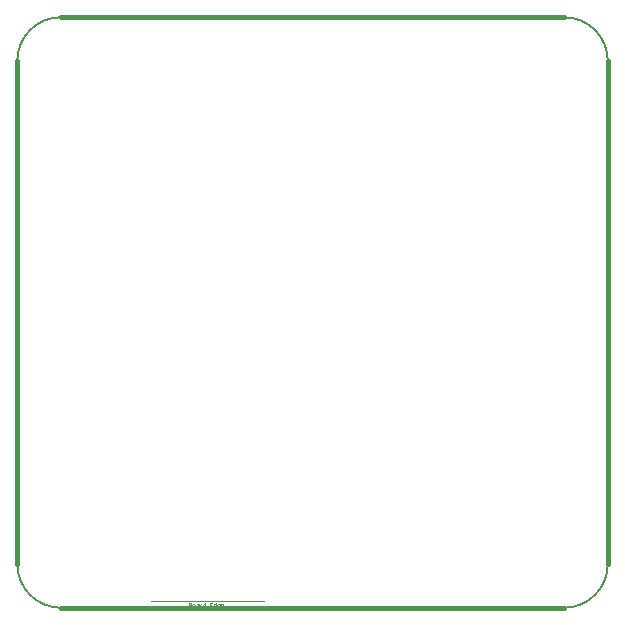
<source format=gm1>
G04*
G04 #@! TF.GenerationSoftware,Altium Limited,Altium Designer,21.7.1 (17)*
G04*
G04 Layer_Color=16711935*
%FSLAX42Y42*%
%MOMM*%
G71*
G04*
G04 #@! TF.SameCoordinates,023FFD1A-8B7E-49EE-8FAD-F7FEFAD85E63*
G04*
G04*
G04 #@! TF.FilePolarity,Positive*
G04*
G01*
G75*
%ADD10C,0.20*%
%ADD15C,0.40*%
%ADD97C,0.10*%
%ADD98C,0.08*%
D10*
X2870Y7500D02*
G03*
X2500Y7130I0J-370D01*
G01*
X7500D02*
G03*
X7130Y7500I-370J0D01*
G01*
Y2500D02*
G03*
X7500Y2870I0J370D01*
G01*
X2500D02*
G03*
X2870Y2500I370J0D01*
G01*
D15*
Y7500D02*
X7130Y7500D01*
X2500Y7130D02*
X2500Y2870D01*
X7500Y7130D02*
X7500Y2870D01*
X2870Y2500D02*
X7130D01*
D97*
X3635Y2555D02*
X4585D01*
D98*
X3953Y2539D02*
Y2509D01*
X3968D01*
X3973Y2514D01*
Y2519D01*
X3968Y2524D01*
X3953D01*
X3968D01*
X3973Y2529D01*
Y2534D01*
X3968Y2539D01*
X3953D01*
X3988Y2509D02*
X3998D01*
X4003Y2514D01*
Y2524D01*
X3998Y2529D01*
X3988D01*
X3983Y2524D01*
Y2514D01*
X3988Y2509D01*
X4018Y2529D02*
X4028D01*
X4033Y2524D01*
Y2509D01*
X4018D01*
X4013Y2514D01*
X4018Y2519D01*
X4033D01*
X4043Y2529D02*
Y2509D01*
Y2519D01*
X4048Y2524D01*
X4053Y2529D01*
X4058D01*
X4093Y2539D02*
Y2509D01*
X4078D01*
X4073Y2514D01*
Y2524D01*
X4078Y2529D01*
X4093D01*
X4153Y2539D02*
X4133D01*
Y2509D01*
X4153D01*
X4133Y2524D02*
X4143D01*
X4183Y2539D02*
Y2509D01*
X4168D01*
X4163Y2514D01*
Y2524D01*
X4168Y2529D01*
X4183D01*
X4203Y2500D02*
X4208D01*
X4213Y2505D01*
Y2529D01*
X4198D01*
X4193Y2524D01*
Y2514D01*
X4198Y2509D01*
X4213D01*
X4238D02*
X4228D01*
X4223Y2514D01*
Y2524D01*
X4228Y2529D01*
X4238D01*
X4243Y2524D01*
Y2519D01*
X4223D01*
M02*

</source>
